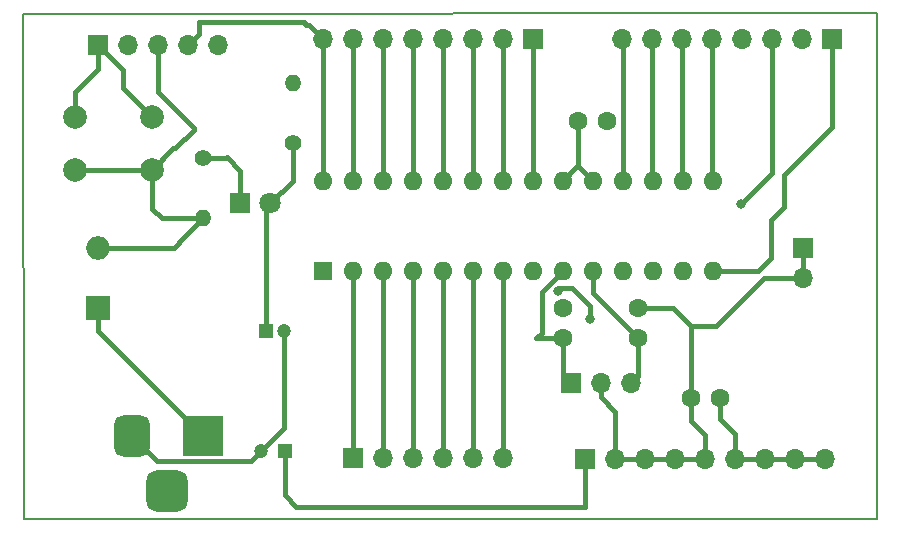
<source format=gbr>
%TF.GenerationSoftware,KiCad,Pcbnew,(6.0.1)*%
%TF.CreationDate,2022-02-10T17:55:29+03:30*%
%TF.ProjectId,PIC Microcontroller Development Board,50494320-4d69-4637-926f-636f6e74726f,rev?*%
%TF.SameCoordinates,Original*%
%TF.FileFunction,Copper,L1,Top*%
%TF.FilePolarity,Positive*%
%FSLAX46Y46*%
G04 Gerber Fmt 4.6, Leading zero omitted, Abs format (unit mm)*
G04 Created by KiCad (PCBNEW (6.0.1)) date 2022-02-10 17:55:29*
%MOMM*%
%LPD*%
G01*
G04 APERTURE LIST*
G04 Aperture macros list*
%AMRoundRect*
0 Rectangle with rounded corners*
0 $1 Rounding radius*
0 $2 $3 $4 $5 $6 $7 $8 $9 X,Y pos of 4 corners*
0 Add a 4 corners polygon primitive as box body*
4,1,4,$2,$3,$4,$5,$6,$7,$8,$9,$2,$3,0*
0 Add four circle primitives for the rounded corners*
1,1,$1+$1,$2,$3*
1,1,$1+$1,$4,$5*
1,1,$1+$1,$6,$7*
1,1,$1+$1,$8,$9*
0 Add four rect primitives between the rounded corners*
20,1,$1+$1,$2,$3,$4,$5,0*
20,1,$1+$1,$4,$5,$6,$7,0*
20,1,$1+$1,$6,$7,$8,$9,0*
20,1,$1+$1,$8,$9,$2,$3,0*%
G04 Aperture macros list end*
%TA.AperFunction,NonConductor*%
%ADD10C,0.200000*%
%TD*%
%TA.AperFunction,ComponentPad*%
%ADD11R,1.600000X1.600000*%
%TD*%
%TA.AperFunction,ComponentPad*%
%ADD12O,1.600000X1.600000*%
%TD*%
%TA.AperFunction,ComponentPad*%
%ADD13R,2.000000X2.000000*%
%TD*%
%TA.AperFunction,ComponentPad*%
%ADD14O,2.000000X2.000000*%
%TD*%
%TA.AperFunction,ComponentPad*%
%ADD15C,2.000000*%
%TD*%
%TA.AperFunction,ComponentPad*%
%ADD16C,1.400000*%
%TD*%
%TA.AperFunction,ComponentPad*%
%ADD17O,1.400000X1.400000*%
%TD*%
%TA.AperFunction,ComponentPad*%
%ADD18R,1.700000X1.700000*%
%TD*%
%TA.AperFunction,ComponentPad*%
%ADD19O,1.700000X1.700000*%
%TD*%
%TA.AperFunction,ComponentPad*%
%ADD20R,3.500000X3.500000*%
%TD*%
%TA.AperFunction,ComponentPad*%
%ADD21RoundRect,0.750000X-0.750000X-1.000000X0.750000X-1.000000X0.750000X1.000000X-0.750000X1.000000X0*%
%TD*%
%TA.AperFunction,ComponentPad*%
%ADD22RoundRect,0.875000X-0.875000X-0.875000X0.875000X-0.875000X0.875000X0.875000X-0.875000X0.875000X0*%
%TD*%
%TA.AperFunction,ComponentPad*%
%ADD23R,1.800000X1.800000*%
%TD*%
%TA.AperFunction,ComponentPad*%
%ADD24C,1.800000*%
%TD*%
%TA.AperFunction,ComponentPad*%
%ADD25C,1.600000*%
%TD*%
%TA.AperFunction,ComponentPad*%
%ADD26R,1.200000X1.200000*%
%TD*%
%TA.AperFunction,ComponentPad*%
%ADD27C,1.200000*%
%TD*%
%TA.AperFunction,ViaPad*%
%ADD28C,0.800000*%
%TD*%
%TA.AperFunction,Conductor*%
%ADD29C,0.400000*%
%TD*%
G04 APERTURE END LIST*
D10*
X167589200Y-75996800D02*
X95250000Y-76047600D01*
X167589200Y-118770400D02*
X95402400Y-118821200D01*
X95402400Y-118821200D02*
X95250000Y-76047600D01*
X167589200Y-75996800D02*
X167589200Y-118770400D01*
D11*
%TO.P,U2,1,Vpp/~{MCLR}/RE3*%
%TO.N,MCLR*%
X120660000Y-97780000D03*
D12*
%TO.P,U2,2,RA0/AN0*%
%TO.N,RA0*%
X123200000Y-97780000D03*
%TO.P,U2,3,RA1/AN1*%
%TO.N,RA1*%
X125740000Y-97780000D03*
%TO.P,U2,4,RA2/AN2/Vref-/CVref*%
%TO.N,RA2*%
X128280000Y-97780000D03*
%TO.P,U2,5,RA3/AN3/Vref+*%
%TO.N,RA3*%
X130820000Y-97780000D03*
%TO.P,U2,6,RA4/T0CKI/C1OUT/RCV*%
%TO.N,RA4*%
X133360000Y-97780000D03*
%TO.P,U2,7,RA5/AN4/~{SS}/HLVDIN/C2OUT*%
%TO.N,RA5*%
X135900000Y-97780000D03*
%TO.P,U2,8,VSS*%
%TO.N,+5V*%
X138440000Y-97780000D03*
%TO.P,U2,9,OSC1/CLKI*%
%TO.N,OSC1*%
X140980000Y-97780000D03*
%TO.P,U2,10,RA6/OSC2/CLKO*%
%TO.N,OSC2*%
X143520000Y-97780000D03*
%TO.P,U2,11,T1OSO/T13CKI/RC0*%
%TO.N,RC0*%
X146060000Y-97780000D03*
%TO.P,U2,12,~{UOE}/CCP2/T1OSI/RC1*%
%TO.N,RC1*%
X148600000Y-97780000D03*
%TO.P,U2,13,CCP1/RC2*%
%TO.N,RC2*%
X151140000Y-97780000D03*
%TO.P,U2,14,VUSB*%
%TO.N,VUSB*%
X153680000Y-97780000D03*
%TO.P,U2,15,VM/D-/RC4*%
%TO.N,RC4*%
X153680000Y-90160000D03*
%TO.P,U2,16,VP/D+/RC5*%
%TO.N,RC5*%
X151140000Y-90160000D03*
%TO.P,U2,17,TX/CK/RC6*%
%TO.N,RC6*%
X148600000Y-90160000D03*
%TO.P,U2,18,SDO/RX/DT/RC7*%
%TO.N,RC7*%
X146060000Y-90160000D03*
%TO.P,U2,19,VSS*%
%TO.N,+5V*%
X143520000Y-90160000D03*
%TO.P,U2,20,VDD*%
X140980000Y-90160000D03*
%TO.P,U2,21,RB0/AN12/INT0/FLT0/SDI/SDA*%
%TO.N,RB0*%
X138440000Y-90160000D03*
%TO.P,U2,22,RB1/AN10/INT1/SCK/SCL*%
%TO.N,RB1*%
X135900000Y-90160000D03*
%TO.P,U2,23,RB2/AN8/INT2/VMO*%
%TO.N,RB2*%
X133360000Y-90160000D03*
%TO.P,U2,24,RB3/AN9/CCP2/VPO*%
%TO.N,RB3*%
X130820000Y-90160000D03*
%TO.P,U2,25,RB4/AN11/KBI0*%
%TO.N,RB4*%
X128280000Y-90160000D03*
%TO.P,U2,26,RB5/KBI1/PGM*%
%TO.N,RB5*%
X125740000Y-90160000D03*
%TO.P,U2,27,RB6/KBI2/PGC*%
%TO.N,RB6*%
X123200000Y-90160000D03*
%TO.P,U2,28,RB7/KBI3/PGD*%
%TO.N,RB7*%
X120660000Y-90160000D03*
%TD*%
D13*
%TO.P,U1,1,IN*%
%TO.N,Vin*%
X101600000Y-100965000D03*
D14*
%TO.P,U1,2,GND*%
%TO.N,GND*%
X101600000Y-95885000D03*
%TD*%
D15*
%TO.P,SW1,1,1*%
%TO.N,MCLR*%
X106195000Y-84745000D03*
X99695000Y-84745000D03*
%TO.P,SW1,2,2*%
%TO.N,GND*%
X106195000Y-89245000D03*
X99695000Y-89245000D03*
%TD*%
D16*
%TO.P,R2,1*%
%TO.N,Net-(D1-Pad1)*%
X110490000Y-88265000D03*
D17*
%TO.P,R2,2*%
%TO.N,GND*%
X110490000Y-93345000D03*
%TD*%
D16*
%TO.P,R1,1*%
%TO.N,+5V*%
X118110000Y-86995000D03*
D17*
%TO.P,R1,2*%
%TO.N,MCLR*%
X118110000Y-81915000D03*
%TD*%
D18*
%TO.P,J8,1,Pin_1*%
%TO.N,OSC1*%
X141645000Y-107315000D03*
D19*
%TO.P,J8,2,Pin_2*%
%TO.N,GND*%
X144185000Y-107315000D03*
%TO.P,J8,3,Pin_3*%
%TO.N,OSC2*%
X146725000Y-107315000D03*
%TD*%
D18*
%TO.P,J7,1,Pin_1*%
%TO.N,MCLR*%
X101630000Y-78715000D03*
D19*
%TO.P,J7,2,Pin_2*%
%TO.N,+5V*%
X104170000Y-78715000D03*
%TO.P,J7,3,Pin_3*%
%TO.N,GND*%
X106710000Y-78715000D03*
%TO.P,J7,4,Pin_4*%
%TO.N,RB7*%
X109250000Y-78715000D03*
%TO.P,J7,5,Pin_5*%
%TO.N,RB6*%
X111790000Y-78715000D03*
%TD*%
D18*
%TO.P,J6,1,Pin_1*%
%TO.N,VUSB*%
X163815000Y-78155000D03*
D19*
%TO.P,J6,2,Pin_2*%
%TO.N,RC0*%
X161275000Y-78155000D03*
%TO.P,J6,3,Pin_3*%
%TO.N,RC1*%
X158735000Y-78155000D03*
%TO.P,J6,4,Pin_4*%
%TO.N,RC2*%
X156195000Y-78155000D03*
%TO.P,J6,5,Pin_5*%
%TO.N,RC4*%
X153655000Y-78155000D03*
%TO.P,J6,6,Pin_6*%
%TO.N,RC5*%
X151115000Y-78155000D03*
%TO.P,J6,7,Pin_7*%
%TO.N,RC6*%
X148575000Y-78155000D03*
%TO.P,J6,8,Pin_8*%
%TO.N,RC7*%
X146035000Y-78155000D03*
%TD*%
D18*
%TO.P,J5,1,Pin_1*%
%TO.N,RB0*%
X138430000Y-78130000D03*
D19*
%TO.P,J5,2,Pin_2*%
%TO.N,RB1*%
X135890000Y-78130000D03*
%TO.P,J5,3,Pin_3*%
%TO.N,RB2*%
X133350000Y-78130000D03*
%TO.P,J5,4,Pin_4*%
%TO.N,RB3*%
X130810000Y-78130000D03*
%TO.P,J5,5,Pin_5*%
%TO.N,RB4*%
X128270000Y-78130000D03*
%TO.P,J5,6,Pin_6*%
%TO.N,RB5*%
X125730000Y-78130000D03*
%TO.P,J5,7,Pin_7*%
%TO.N,RB6*%
X123190000Y-78130000D03*
%TO.P,J5,8,Pin_8*%
%TO.N,RB7*%
X120650000Y-78130000D03*
%TD*%
D18*
%TO.P,J4,1,Pin_1*%
%TO.N,RA0*%
X123190000Y-113665000D03*
D19*
%TO.P,J4,2,Pin_2*%
%TO.N,RA1*%
X125730000Y-113665000D03*
%TO.P,J4,3,Pin_3*%
%TO.N,RA2*%
X128270000Y-113665000D03*
%TO.P,J4,4,Pin_4*%
%TO.N,RA3*%
X130810000Y-113665000D03*
%TO.P,J4,5,Pin_5*%
%TO.N,RA4*%
X133350000Y-113665000D03*
%TO.P,J4,6,Pin_6*%
%TO.N,RA5*%
X135890000Y-113665000D03*
%TD*%
D18*
%TO.P,J3,1,Pin_1*%
%TO.N,Vin*%
X142875000Y-113690000D03*
D19*
%TO.P,J3,2,Pin_2*%
%TO.N,GND*%
X145415000Y-113690000D03*
%TO.P,J3,3,Pin_3*%
X147955000Y-113690000D03*
%TO.P,J3,4,Pin_4*%
X150495000Y-113690000D03*
%TO.P,J3,5,Pin_5*%
X153035000Y-113690000D03*
%TO.P,J3,6,Pin_6*%
%TO.N,+5V*%
X155575000Y-113690000D03*
%TO.P,J3,7,Pin_7*%
X158115000Y-113690000D03*
%TO.P,J3,8,Pin_8*%
X160655000Y-113690000D03*
%TO.P,J3,9,Pin_9*%
X163195000Y-113690000D03*
%TD*%
D20*
%TO.P,J2,1*%
%TO.N,Vin*%
X110490000Y-111760000D03*
D21*
%TO.P,J2,2*%
%TO.N,GND*%
X104490000Y-111760000D03*
D22*
%TO.P,J2,3*%
%TO.N,N/C*%
X107490000Y-116460000D03*
%TD*%
D18*
%TO.P,J1,1,Pin_1*%
%TO.N,GND*%
X161290000Y-95880000D03*
D19*
%TO.P,J1,2,Pin_2*%
X161290000Y-98420000D03*
%TD*%
D23*
%TO.P,D1,1,K*%
%TO.N,Net-(D1-Pad1)*%
X113660000Y-92075000D03*
D24*
%TO.P,D1,2,A*%
%TO.N,+5V*%
X116200000Y-92075000D03*
%TD*%
D25*
%TO.P,C6,1*%
%TO.N,OSC2*%
X147360000Y-103485000D03*
%TO.P,C6,2*%
%TO.N,GND*%
X147360000Y-100985000D03*
%TD*%
%TO.P,C5,1*%
%TO.N,GND*%
X141010000Y-100985000D03*
%TO.P,C5,2*%
%TO.N,OSC1*%
X141010000Y-103485000D03*
%TD*%
%TO.P,C4,1*%
%TO.N,+5V*%
X154305000Y-108585000D03*
%TO.P,C4,2*%
%TO.N,GND*%
X151805000Y-108585000D03*
%TD*%
D26*
%TO.P,C3,1*%
%TO.N,Vin*%
X117475000Y-113030000D03*
D27*
%TO.P,C3,2*%
%TO.N,GND*%
X115475000Y-113030000D03*
%TD*%
D25*
%TO.P,C2,1*%
%TO.N,+5V*%
X142260000Y-85090000D03*
%TO.P,C2,2*%
%TO.N,GND*%
X144760000Y-85090000D03*
%TD*%
D26*
%TO.P,C1,1*%
%TO.N,+5V*%
X115867400Y-102870000D03*
D27*
%TO.P,C1,2*%
%TO.N,GND*%
X117367400Y-102870000D03*
%TD*%
D28*
%TO.N,RC1*%
X156108400Y-92151200D03*
%TO.N,+5V*%
X140614400Y-99466400D03*
X143306800Y-101854000D03*
%TD*%
D29*
%TO.N,RC1*%
X158735000Y-89524600D02*
X156108400Y-92151200D01*
X158735000Y-78155000D02*
X158735000Y-89524600D01*
%TO.N,GND*%
X99695000Y-89245000D02*
X106195000Y-89245000D01*
%TO.N,Net-(D1-Pad1)*%
X113660000Y-89326800D02*
X113660000Y-92075000D01*
X112522000Y-88188800D02*
X113660000Y-89326800D01*
X112445800Y-88265000D02*
X112522000Y-88188800D01*
X110490000Y-88265000D02*
X112445800Y-88265000D01*
%TO.N,+5V*%
X158115000Y-113690000D02*
X155575000Y-113690000D01*
X160655000Y-113690000D02*
X158115000Y-113690000D01*
X163195000Y-113690000D02*
X160655000Y-113690000D01*
X140614400Y-99314000D02*
X140614400Y-99466400D01*
X140665200Y-99263200D02*
X140614400Y-99314000D01*
X143306800Y-101854000D02*
X143306800Y-100809456D01*
X143306800Y-100809456D02*
X141760544Y-99263200D01*
X141760544Y-99263200D02*
X140665200Y-99263200D01*
%TO.N,OSC2*%
X147360000Y-103485000D02*
X143520000Y-99645000D01*
X143520000Y-99645000D02*
X143520000Y-97780000D01*
%TO.N,+5V*%
X115867400Y-92407600D02*
X116200000Y-92075000D01*
X115867400Y-102870000D02*
X115867400Y-92407600D01*
X118110000Y-90165000D02*
X116200000Y-92075000D01*
X118110000Y-86995000D02*
X118110000Y-90165000D01*
%TO.N,RB7*%
X119482000Y-76962000D02*
X120650000Y-78130000D01*
X119278400Y-76962000D02*
X119482000Y-76962000D01*
X119075200Y-76758800D02*
X119278400Y-76962000D01*
X110185200Y-76758800D02*
X119075200Y-76758800D01*
X109250000Y-78715000D02*
X110185200Y-77779800D01*
X110185200Y-77779800D02*
X110185200Y-76758800D01*
%TO.N,MCLR*%
X103733600Y-80818600D02*
X101630000Y-78715000D01*
X103733600Y-82283600D02*
X103733600Y-80818600D01*
X106195000Y-84745000D02*
X103733600Y-82283600D01*
%TO.N,GND*%
X108508800Y-95326200D02*
X110490000Y-93345000D01*
X108508800Y-95402400D02*
X108508800Y-95326200D01*
X108026200Y-95885000D02*
X108508800Y-95402400D01*
X101600000Y-95885000D02*
X108026200Y-95885000D01*
%TO.N,OSC1*%
X138729400Y-103485000D02*
X141010000Y-103485000D01*
X139192000Y-99568000D02*
X139192000Y-103022400D01*
X140980000Y-97780000D02*
X139192000Y-99568000D01*
X139192000Y-103022400D02*
X138729400Y-103485000D01*
%TO.N,Vin*%
X101600000Y-102870000D02*
X101600000Y-100965000D01*
X110490000Y-111760000D02*
X101600000Y-102870000D01*
%TO.N,GND*%
X117367400Y-111137600D02*
X117367400Y-102870000D01*
X115475000Y-113030000D02*
X117367400Y-111137600D01*
X107010200Y-93345000D02*
X106195000Y-92529800D01*
X106195000Y-92529800D02*
X106195000Y-89245000D01*
X110490000Y-93345000D02*
X107010200Y-93345000D01*
X109728000Y-85852000D02*
X108153200Y-87426800D01*
X108013200Y-87426800D02*
X106195000Y-89245000D01*
X109728000Y-85699600D02*
X109728000Y-85852000D01*
X106710000Y-82681600D02*
X109728000Y-85699600D01*
X106710000Y-78715000D02*
X106710000Y-82681600D01*
X108153200Y-87426800D02*
X108013200Y-87426800D01*
%TO.N,MCLR*%
X99695000Y-82626200D02*
X99695000Y-84745000D01*
X101630000Y-80691200D02*
X99695000Y-82626200D01*
X101630000Y-78715000D02*
X101630000Y-80691200D01*
%TO.N,OSC1*%
X141010000Y-106680000D02*
X141645000Y-107315000D01*
X141010000Y-103485000D02*
X141010000Y-106680000D01*
%TO.N,VUSB*%
X158597600Y-93522800D02*
X158597600Y-96723200D01*
X158597600Y-96723200D02*
X157540800Y-97780000D01*
X157540800Y-97780000D02*
X153680000Y-97780000D01*
X159715200Y-92405200D02*
X158597600Y-93522800D01*
X159715200Y-89712800D02*
X159715200Y-92405200D01*
X163815000Y-85613000D02*
X159715200Y-89712800D01*
X163815000Y-78155000D02*
X163815000Y-85613000D01*
%TO.N,GND*%
X161290000Y-95880000D02*
X161290000Y-98420000D01*
X153960200Y-102478200D02*
X151805000Y-102478200D01*
X158018400Y-98420000D02*
X153960200Y-102478200D01*
X161290000Y-98420000D02*
X158018400Y-98420000D01*
X106639511Y-113909511D02*
X104490000Y-111760000D01*
X114595489Y-113909511D02*
X106639511Y-113909511D01*
X115475000Y-113030000D02*
X114595489Y-113909511D01*
%TO.N,Vin*%
X142875000Y-117729000D02*
X142849600Y-117754400D01*
X142849600Y-117754400D02*
X118414800Y-117754400D01*
X142875000Y-113690000D02*
X142875000Y-117729000D01*
X118414800Y-117754400D02*
X117475000Y-116814600D01*
X117475000Y-116814600D02*
X117475000Y-113030000D01*
%TO.N,GND*%
X145415000Y-109753400D02*
X145415000Y-113690000D01*
X144185000Y-108523400D02*
X145415000Y-109753400D01*
X144185000Y-107315000D02*
X144185000Y-108523400D01*
X147955000Y-113690000D02*
X145415000Y-113690000D01*
X150495000Y-113690000D02*
X147955000Y-113690000D01*
X153035000Y-113690000D02*
X150495000Y-113690000D01*
X153035000Y-111734600D02*
X153035000Y-113690000D01*
X151805000Y-110504600D02*
X153035000Y-111734600D01*
X151805000Y-108585000D02*
X151805000Y-110504600D01*
%TO.N,+5V*%
X155575000Y-111633000D02*
X155575000Y-113690000D01*
X154305000Y-108585000D02*
X154305000Y-110363000D01*
X154305000Y-110363000D02*
X155575000Y-111633000D01*
%TO.N,GND*%
X151805000Y-102478200D02*
X151805000Y-108585000D01*
X150311800Y-100985000D02*
X151805000Y-102478200D01*
X147360000Y-100985000D02*
X150311800Y-100985000D01*
%TO.N,OSC2*%
X147360000Y-106680000D02*
X146725000Y-107315000D01*
X147360000Y-103485000D02*
X147360000Y-106680000D01*
%TO.N,RC4*%
X153655000Y-78155000D02*
X153655000Y-90135000D01*
X153655000Y-90135000D02*
X153680000Y-90160000D01*
%TO.N,RC5*%
X151115000Y-90135000D02*
X151140000Y-90160000D01*
X151115000Y-78155000D02*
X151115000Y-90135000D01*
%TO.N,RC6*%
X148575000Y-78155000D02*
X148575000Y-90135000D01*
X148575000Y-90135000D02*
X148600000Y-90160000D01*
%TO.N,RC7*%
X146060000Y-90160000D02*
X146060000Y-78180000D01*
X146060000Y-78180000D02*
X146035000Y-78155000D01*
%TO.N,+5V*%
X143520000Y-90160000D02*
X142387000Y-89027000D01*
X142387000Y-89027000D02*
X142113000Y-89027000D01*
X142113000Y-89027000D02*
X140980000Y-90160000D01*
X142260000Y-88880000D02*
X142113000Y-89027000D01*
X142260000Y-85090000D02*
X142260000Y-88880000D01*
%TO.N,RB0*%
X138430000Y-90150000D02*
X138440000Y-90160000D01*
X138430000Y-78130000D02*
X138430000Y-90150000D01*
%TO.N,RB1*%
X135890000Y-90150000D02*
X135900000Y-90160000D01*
X135890000Y-78130000D02*
X135890000Y-90150000D01*
%TO.N,RB2*%
X133350000Y-90150000D02*
X133360000Y-90160000D01*
X133350000Y-78130000D02*
X133350000Y-90150000D01*
%TO.N,RB3*%
X130810000Y-90150000D02*
X130820000Y-90160000D01*
X130810000Y-78130000D02*
X130810000Y-90150000D01*
%TO.N,RB4*%
X128270000Y-90150000D02*
X128280000Y-90160000D01*
X128270000Y-78130000D02*
X128270000Y-90150000D01*
%TO.N,RB5*%
X125730000Y-90150000D02*
X125740000Y-90160000D01*
X125730000Y-78130000D02*
X125730000Y-90150000D01*
%TO.N,RB6*%
X123190000Y-90150000D02*
X123200000Y-90160000D01*
X123190000Y-78130000D02*
X123190000Y-90150000D01*
%TO.N,RB7*%
X120650000Y-78130000D02*
X120650000Y-90150000D01*
X120650000Y-90150000D02*
X120660000Y-90160000D01*
%TO.N,RA5*%
X135900000Y-113655000D02*
X135890000Y-113665000D01*
X135900000Y-97780000D02*
X135900000Y-113655000D01*
%TO.N,RA4*%
X133360000Y-113655000D02*
X133350000Y-113665000D01*
X133360000Y-97780000D02*
X133360000Y-113655000D01*
%TO.N,RA3*%
X130820000Y-113655000D02*
X130810000Y-113665000D01*
X130820000Y-97780000D02*
X130820000Y-113655000D01*
%TO.N,RA2*%
X128280000Y-113655000D02*
X128270000Y-113665000D01*
X128280000Y-97780000D02*
X128280000Y-113655000D01*
%TO.N,RA1*%
X125740000Y-97780000D02*
X125740000Y-113655000D01*
X125740000Y-113655000D02*
X125730000Y-113665000D01*
%TO.N,RA0*%
X123190000Y-97790000D02*
X123200000Y-97780000D01*
X123190000Y-113665000D02*
X123190000Y-97790000D01*
%TD*%
M02*

</source>
